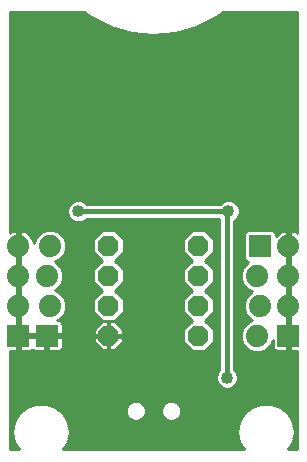
<source format=gbl>
G75*
%MOIN*%
%OFA0B0*%
%FSLAX25Y25*%
%IPPOS*%
%LPD*%
%AMOC8*
5,1,8,0,0,1.08239X$1,22.5*
%
%ADD10R,0.07400X0.07400*%
%ADD11C,0.07400*%
%ADD12OC8,0.06800*%
%ADD13C,0.01000*%
%ADD14C,0.04000*%
%ADD15C,0.01600*%
D10*
X0098333Y0095000D03*
X0107833Y0095000D03*
X0178833Y0125000D03*
X0188333Y0095000D03*
D11*
X0177833Y0095000D03*
X0178833Y0105000D03*
X0188333Y0105000D03*
X0188333Y0115000D03*
X0177833Y0115000D03*
X0188333Y0125000D03*
X0108833Y0125000D03*
X0098333Y0125000D03*
X0098333Y0115000D03*
X0107833Y0115000D03*
X0108833Y0105000D03*
X0098333Y0105000D03*
D12*
X0128333Y0105000D03*
X0128333Y0115000D03*
X0128333Y0125000D03*
X0158333Y0125000D03*
X0158333Y0115000D03*
X0158333Y0105000D03*
X0158333Y0095000D03*
X0128333Y0095000D03*
D13*
X0095433Y0089800D02*
X0095433Y0057100D01*
X0098386Y0057100D01*
X0096864Y0059735D01*
X0096864Y0059735D01*
X0096288Y0063000D01*
X0096288Y0063000D01*
X0096864Y0066265D01*
X0096864Y0066265D01*
X0098521Y0069135D01*
X0098521Y0069135D01*
X0098521Y0069135D01*
X0101061Y0071266D01*
X0101061Y0071266D01*
X0104176Y0072400D01*
X0107491Y0072400D01*
X0110606Y0071266D01*
X0113145Y0069135D01*
X0113145Y0069135D01*
X0114803Y0066265D01*
X0114803Y0066265D01*
X0115378Y0063000D01*
X0115378Y0063000D01*
X0114803Y0059735D01*
X0114803Y0059735D01*
X0113281Y0057100D01*
X0173386Y0057100D01*
X0171864Y0059735D01*
X0171864Y0059735D01*
X0171288Y0063000D01*
X0171288Y0063000D01*
X0171864Y0066265D01*
X0171864Y0066265D01*
X0173521Y0069135D01*
X0173521Y0069135D01*
X0173521Y0069135D01*
X0176061Y0071266D01*
X0176061Y0071266D01*
X0179176Y0072400D01*
X0182491Y0072400D01*
X0185606Y0071266D01*
X0185606Y0071266D01*
X0188145Y0069135D01*
X0188145Y0069135D01*
X0189803Y0066265D01*
X0189803Y0066265D01*
X0190378Y0063000D01*
X0190378Y0063000D01*
X0189803Y0059735D01*
X0189803Y0059735D01*
X0188281Y0057100D01*
X0191233Y0057100D01*
X0191233Y0089800D01*
X0188833Y0089800D01*
X0188833Y0094500D01*
X0187833Y0094500D01*
X0187833Y0089800D01*
X0184436Y0089800D01*
X0184054Y0089902D01*
X0183712Y0090100D01*
X0183433Y0090379D01*
X0183236Y0090721D01*
X0183133Y0091103D01*
X0183133Y0093684D01*
X0182411Y0091941D01*
X0180892Y0090422D01*
X0178907Y0089600D01*
X0176759Y0089600D01*
X0174774Y0090422D01*
X0173255Y0091941D01*
X0172433Y0093926D01*
X0172433Y0096074D01*
X0173255Y0098059D01*
X0174774Y0099578D01*
X0176294Y0100207D01*
X0175774Y0100422D01*
X0174255Y0101941D01*
X0173433Y0103926D01*
X0173433Y0106074D01*
X0174255Y0108059D01*
X0175774Y0109578D01*
X0176294Y0109793D01*
X0174774Y0110422D01*
X0173255Y0111941D01*
X0172433Y0113926D01*
X0172433Y0116074D01*
X0173255Y0118059D01*
X0174774Y0119578D01*
X0174828Y0119600D01*
X0174429Y0119600D01*
X0173433Y0120596D01*
X0173433Y0129404D01*
X0174429Y0130400D01*
X0183237Y0130400D01*
X0184233Y0129404D01*
X0184233Y0128204D01*
X0184367Y0128388D01*
X0184946Y0128966D01*
X0185608Y0129447D01*
X0186337Y0129819D01*
X0187116Y0130072D01*
X0187833Y0130186D01*
X0187833Y0125500D01*
X0188833Y0125500D01*
X0188833Y0130186D01*
X0189551Y0130072D01*
X0190329Y0129819D01*
X0191059Y0129447D01*
X0191233Y0129321D01*
X0191233Y0202900D01*
X0166529Y0202900D01*
X0164161Y0201139D01*
X0164161Y0201139D01*
X0157616Y0197922D01*
X0157616Y0197922D01*
X0150596Y0195948D01*
X0150596Y0195948D01*
X0143333Y0195283D01*
X0143333Y0195283D01*
X0136071Y0195948D01*
X0136071Y0195948D01*
X0129051Y0197922D01*
X0129051Y0197922D01*
X0122506Y0201139D01*
X0122506Y0201139D01*
X0120138Y0202900D01*
X0095433Y0202900D01*
X0095433Y0129321D01*
X0095608Y0129447D01*
X0096337Y0129819D01*
X0097116Y0130072D01*
X0097833Y0130186D01*
X0097833Y0125500D01*
X0098833Y0125500D01*
X0098833Y0130186D01*
X0099551Y0130072D01*
X0100329Y0129819D01*
X0101059Y0129447D01*
X0101721Y0128966D01*
X0102300Y0128388D01*
X0102781Y0127725D01*
X0103152Y0126996D01*
X0103405Y0126218D01*
X0103433Y0126040D01*
X0103433Y0126074D01*
X0104255Y0128059D01*
X0105774Y0129578D01*
X0107759Y0130400D01*
X0109907Y0130400D01*
X0111892Y0129578D01*
X0113411Y0128059D01*
X0114233Y0126074D01*
X0114233Y0123926D01*
X0113411Y0121941D01*
X0111892Y0120422D01*
X0110373Y0119793D01*
X0110892Y0119578D01*
X0112411Y0118059D01*
X0113233Y0116074D01*
X0113233Y0113926D01*
X0112411Y0111941D01*
X0110892Y0110422D01*
X0110373Y0110207D01*
X0111892Y0109578D01*
X0113411Y0108059D01*
X0114233Y0106074D01*
X0114233Y0103926D01*
X0113411Y0101941D01*
X0111892Y0100422D01*
X0111356Y0100200D01*
X0111731Y0100200D01*
X0112112Y0100098D01*
X0112454Y0099900D01*
X0112734Y0099621D01*
X0112931Y0099279D01*
X0113033Y0098897D01*
X0113033Y0095500D01*
X0108333Y0095500D01*
X0108333Y0094500D01*
X0108333Y0089800D01*
X0111731Y0089800D01*
X0112112Y0089902D01*
X0112454Y0090100D01*
X0112734Y0090379D01*
X0112931Y0090721D01*
X0113033Y0091103D01*
X0113033Y0094500D01*
X0108333Y0094500D01*
X0107333Y0094500D01*
X0098833Y0094500D01*
X0098833Y0089800D01*
X0102231Y0089800D01*
X0102612Y0089902D01*
X0102954Y0090100D01*
X0103083Y0090229D01*
X0103212Y0090100D01*
X0103554Y0089902D01*
X0103936Y0089800D01*
X0107333Y0089800D01*
X0107333Y0094500D01*
X0107333Y0095500D01*
X0103533Y0095500D01*
X0098833Y0095500D01*
X0097833Y0095500D01*
X0097833Y0104500D01*
X0098833Y0104500D01*
X0098833Y0099814D01*
X0098833Y0095500D01*
X0098833Y0094500D01*
X0097833Y0094500D01*
X0097833Y0089800D01*
X0095433Y0089800D01*
X0095433Y0088949D02*
X0165333Y0088949D01*
X0165333Y0087951D02*
X0095433Y0087951D01*
X0095433Y0086952D02*
X0165333Y0086952D01*
X0165333Y0085954D02*
X0095433Y0085954D01*
X0095433Y0084955D02*
X0165333Y0084955D01*
X0165333Y0083957D02*
X0095433Y0083957D01*
X0095433Y0082958D02*
X0164640Y0082958D01*
X0164697Y0083096D02*
X0164133Y0081736D01*
X0164133Y0080264D01*
X0164697Y0078904D01*
X0165737Y0077863D01*
X0167097Y0077300D01*
X0168569Y0077300D01*
X0169929Y0077863D01*
X0170970Y0078904D01*
X0171533Y0080264D01*
X0171533Y0081736D01*
X0170970Y0083096D01*
X0170333Y0083733D01*
X0170333Y0133324D01*
X0170429Y0133363D01*
X0171470Y0134404D01*
X0172033Y0135764D01*
X0172033Y0137236D01*
X0171470Y0138596D01*
X0170429Y0139637D01*
X0169069Y0140200D01*
X0167597Y0140200D01*
X0166237Y0139637D01*
X0165601Y0139000D01*
X0121066Y0139000D01*
X0120429Y0139637D01*
X0119069Y0140200D01*
X0117597Y0140200D01*
X0116237Y0139637D01*
X0115197Y0138596D01*
X0114633Y0137236D01*
X0114633Y0135764D01*
X0115197Y0134404D01*
X0116237Y0133363D01*
X0117597Y0132800D01*
X0119069Y0132800D01*
X0120429Y0133363D01*
X0121066Y0134000D01*
X0165333Y0134000D01*
X0165333Y0083733D01*
X0164697Y0083096D01*
X0164226Y0081960D02*
X0095433Y0081960D01*
X0095433Y0080961D02*
X0164133Y0080961D01*
X0164258Y0079963D02*
X0095433Y0079963D01*
X0095433Y0078964D02*
X0164672Y0078964D01*
X0165635Y0077966D02*
X0095433Y0077966D01*
X0095433Y0076967D02*
X0191233Y0076967D01*
X0191233Y0075969D02*
X0095433Y0075969D01*
X0095433Y0074970D02*
X0191233Y0074970D01*
X0191233Y0073972D02*
X0095433Y0073972D01*
X0095433Y0072973D02*
X0135791Y0072973D01*
X0135517Y0072860D02*
X0134568Y0071911D01*
X0134055Y0070671D01*
X0134055Y0069329D01*
X0134568Y0068089D01*
X0135517Y0067140D01*
X0136757Y0066627D01*
X0138099Y0066627D01*
X0139339Y0067140D01*
X0140287Y0068089D01*
X0140801Y0069329D01*
X0140801Y0070671D01*
X0140287Y0071911D01*
X0139339Y0072860D01*
X0138099Y0073373D01*
X0136757Y0073373D01*
X0135517Y0072860D01*
X0134632Y0071975D02*
X0108659Y0071975D01*
X0110951Y0070976D02*
X0134181Y0070976D01*
X0134055Y0069978D02*
X0112141Y0069978D01*
X0113235Y0068979D02*
X0134199Y0068979D01*
X0134677Y0067981D02*
X0113812Y0067981D01*
X0114388Y0066982D02*
X0135899Y0066982D01*
X0138957Y0066982D02*
X0147710Y0066982D01*
X0147328Y0067140D02*
X0148568Y0066627D01*
X0149910Y0066627D01*
X0151150Y0067140D01*
X0152099Y0068089D01*
X0152612Y0069329D01*
X0152612Y0070671D01*
X0152099Y0071911D01*
X0151150Y0072860D01*
X0149910Y0073373D01*
X0148568Y0073373D01*
X0147328Y0072860D01*
X0146379Y0071911D01*
X0145866Y0070671D01*
X0145866Y0069329D01*
X0146379Y0068089D01*
X0147328Y0067140D01*
X0146488Y0067981D02*
X0140179Y0067981D01*
X0140656Y0068979D02*
X0146011Y0068979D01*
X0145866Y0069978D02*
X0140801Y0069978D01*
X0140675Y0070976D02*
X0145992Y0070976D01*
X0146443Y0071975D02*
X0140224Y0071975D01*
X0139065Y0072973D02*
X0147602Y0072973D01*
X0150876Y0072973D02*
X0191233Y0072973D01*
X0191233Y0071975D02*
X0183659Y0071975D01*
X0185951Y0070976D02*
X0191233Y0070976D01*
X0191233Y0069978D02*
X0187141Y0069978D01*
X0188235Y0068979D02*
X0191233Y0068979D01*
X0191233Y0067981D02*
X0188812Y0067981D01*
X0189388Y0066982D02*
X0191233Y0066982D01*
X0191233Y0065984D02*
X0189852Y0065984D01*
X0190028Y0064985D02*
X0191233Y0064985D01*
X0191233Y0063987D02*
X0190204Y0063987D01*
X0190376Y0062988D02*
X0191233Y0062988D01*
X0191233Y0061990D02*
X0190200Y0061990D01*
X0190024Y0060991D02*
X0191233Y0060991D01*
X0191233Y0059993D02*
X0189848Y0059993D01*
X0189375Y0058994D02*
X0191233Y0058994D01*
X0191233Y0057996D02*
X0188798Y0057996D01*
X0172868Y0057996D02*
X0113798Y0057996D01*
X0114375Y0058994D02*
X0172292Y0058994D01*
X0171819Y0059993D02*
X0114848Y0059993D01*
X0115024Y0060991D02*
X0171643Y0060991D01*
X0171466Y0061990D02*
X0115200Y0061990D01*
X0115376Y0062988D02*
X0171290Y0062988D01*
X0171462Y0063987D02*
X0115204Y0063987D01*
X0115028Y0064985D02*
X0171638Y0064985D01*
X0171814Y0065984D02*
X0114852Y0065984D01*
X0103007Y0071975D02*
X0095433Y0071975D01*
X0095433Y0070976D02*
X0100715Y0070976D01*
X0099525Y0069978D02*
X0095433Y0069978D01*
X0095433Y0068979D02*
X0098431Y0068979D01*
X0097855Y0067981D02*
X0095433Y0067981D01*
X0095433Y0066982D02*
X0097278Y0066982D01*
X0096814Y0065984D02*
X0095433Y0065984D01*
X0095433Y0064985D02*
X0096638Y0064985D01*
X0096462Y0063987D02*
X0095433Y0063987D01*
X0095433Y0062988D02*
X0096290Y0062988D01*
X0096466Y0061990D02*
X0095433Y0061990D01*
X0095433Y0060991D02*
X0096643Y0060991D01*
X0096819Y0059993D02*
X0095433Y0059993D01*
X0095433Y0058994D02*
X0097292Y0058994D01*
X0097868Y0057996D02*
X0095433Y0057996D01*
X0097833Y0089948D02*
X0098833Y0089948D01*
X0098833Y0090946D02*
X0097833Y0090946D01*
X0097833Y0091945D02*
X0098833Y0091945D01*
X0098833Y0092943D02*
X0097833Y0092943D01*
X0097833Y0093942D02*
X0098833Y0093942D01*
X0098833Y0094940D02*
X0107333Y0094940D01*
X0107333Y0093942D02*
X0108333Y0093942D01*
X0108333Y0094940D02*
X0128033Y0094940D01*
X0128033Y0094700D02*
X0123433Y0094700D01*
X0123433Y0092970D01*
X0126304Y0090100D01*
X0128033Y0090100D01*
X0128033Y0094700D01*
X0128033Y0095300D01*
X0123433Y0095300D01*
X0123433Y0097030D01*
X0126304Y0099900D01*
X0128033Y0099900D01*
X0128033Y0095300D01*
X0128633Y0095300D01*
X0128633Y0099900D01*
X0130363Y0099900D01*
X0133233Y0097030D01*
X0133233Y0095300D01*
X0128633Y0095300D01*
X0128633Y0094700D01*
X0128633Y0090100D01*
X0130363Y0090100D01*
X0133233Y0092970D01*
X0133233Y0094700D01*
X0128633Y0094700D01*
X0128033Y0094700D01*
X0128633Y0094940D02*
X0153233Y0094940D01*
X0153233Y0093942D02*
X0133233Y0093942D01*
X0133206Y0092943D02*
X0153233Y0092943D01*
X0153233Y0092888D02*
X0156221Y0089900D01*
X0160446Y0089900D01*
X0163433Y0092888D01*
X0163433Y0097112D01*
X0160546Y0100000D01*
X0163433Y0102888D01*
X0163433Y0107112D01*
X0160546Y0110000D01*
X0163433Y0112888D01*
X0163433Y0117112D01*
X0160546Y0120000D01*
X0163433Y0122888D01*
X0163433Y0127112D01*
X0160446Y0130100D01*
X0156221Y0130100D01*
X0153233Y0127112D01*
X0153233Y0122888D01*
X0156121Y0120000D01*
X0153233Y0117112D01*
X0153233Y0112888D01*
X0156121Y0110000D01*
X0153233Y0107112D01*
X0153233Y0102888D01*
X0156121Y0100000D01*
X0153233Y0097112D01*
X0153233Y0092888D01*
X0154176Y0091945D02*
X0132208Y0091945D01*
X0131209Y0090946D02*
X0155174Y0090946D01*
X0156173Y0089948D02*
X0112191Y0089948D01*
X0112991Y0090946D02*
X0125457Y0090946D01*
X0124459Y0091945D02*
X0113033Y0091945D01*
X0113033Y0092943D02*
X0123460Y0092943D01*
X0123433Y0093942D02*
X0113033Y0093942D01*
X0113033Y0095939D02*
X0123433Y0095939D01*
X0123433Y0096937D02*
X0113033Y0096937D01*
X0113033Y0097936D02*
X0124340Y0097936D01*
X0125338Y0098934D02*
X0113023Y0098934D01*
X0112398Y0099933D02*
X0126188Y0099933D01*
X0126221Y0099900D02*
X0130446Y0099900D01*
X0133433Y0102888D01*
X0133433Y0107112D01*
X0130546Y0110000D01*
X0133433Y0112888D01*
X0133433Y0117112D01*
X0130546Y0120000D01*
X0133433Y0122888D01*
X0133433Y0127112D01*
X0130446Y0130100D01*
X0126221Y0130100D01*
X0123233Y0127112D01*
X0123233Y0122888D01*
X0126121Y0120000D01*
X0123233Y0117112D01*
X0123233Y0112888D01*
X0126121Y0110000D01*
X0123233Y0107112D01*
X0123233Y0102888D01*
X0126221Y0099900D01*
X0125189Y0100932D02*
X0112402Y0100932D01*
X0113400Y0101930D02*
X0124191Y0101930D01*
X0123233Y0102929D02*
X0113820Y0102929D01*
X0114233Y0103927D02*
X0123233Y0103927D01*
X0123233Y0104926D02*
X0114233Y0104926D01*
X0114233Y0105924D02*
X0123233Y0105924D01*
X0123233Y0106923D02*
X0113882Y0106923D01*
X0113468Y0107921D02*
X0124042Y0107921D01*
X0125040Y0108920D02*
X0112550Y0108920D01*
X0111071Y0109918D02*
X0126039Y0109918D01*
X0125204Y0110917D02*
X0111387Y0110917D01*
X0112385Y0111915D02*
X0124206Y0111915D01*
X0123233Y0112914D02*
X0112814Y0112914D01*
X0113228Y0113912D02*
X0123233Y0113912D01*
X0123233Y0114911D02*
X0113233Y0114911D01*
X0113233Y0115909D02*
X0123233Y0115909D01*
X0123233Y0116908D02*
X0112888Y0116908D01*
X0112474Y0117906D02*
X0124027Y0117906D01*
X0125026Y0118905D02*
X0111565Y0118905D01*
X0110640Y0119903D02*
X0126024Y0119903D01*
X0125219Y0120902D02*
X0112372Y0120902D01*
X0113370Y0121900D02*
X0124221Y0121900D01*
X0123233Y0122899D02*
X0113808Y0122899D01*
X0114221Y0123897D02*
X0123233Y0123897D01*
X0123233Y0124896D02*
X0114233Y0124896D01*
X0114233Y0125894D02*
X0123233Y0125894D01*
X0123233Y0126893D02*
X0113894Y0126893D01*
X0113481Y0127891D02*
X0124012Y0127891D01*
X0125011Y0128890D02*
X0112580Y0128890D01*
X0111143Y0129888D02*
X0126009Y0129888D01*
X0130657Y0129888D02*
X0156009Y0129888D01*
X0155011Y0128890D02*
X0131656Y0128890D01*
X0132654Y0127891D02*
X0154012Y0127891D01*
X0153233Y0126893D02*
X0133433Y0126893D01*
X0133433Y0125894D02*
X0153233Y0125894D01*
X0153233Y0124896D02*
X0133433Y0124896D01*
X0133433Y0123897D02*
X0153233Y0123897D01*
X0153233Y0122899D02*
X0133433Y0122899D01*
X0132446Y0121900D02*
X0154221Y0121900D01*
X0155219Y0120902D02*
X0131448Y0120902D01*
X0130643Y0119903D02*
X0156024Y0119903D01*
X0155026Y0118905D02*
X0131641Y0118905D01*
X0132640Y0117906D02*
X0154027Y0117906D01*
X0153233Y0116908D02*
X0133433Y0116908D01*
X0133433Y0115909D02*
X0153233Y0115909D01*
X0153233Y0114911D02*
X0133433Y0114911D01*
X0133433Y0113912D02*
X0153233Y0113912D01*
X0153233Y0112914D02*
X0133433Y0112914D01*
X0132461Y0111915D02*
X0154206Y0111915D01*
X0155204Y0110917D02*
X0131462Y0110917D01*
X0130628Y0109918D02*
X0156039Y0109918D01*
X0155040Y0108920D02*
X0131626Y0108920D01*
X0132625Y0107921D02*
X0154042Y0107921D01*
X0153233Y0106923D02*
X0133433Y0106923D01*
X0133433Y0105924D02*
X0153233Y0105924D01*
X0153233Y0104926D02*
X0133433Y0104926D01*
X0133433Y0103927D02*
X0153233Y0103927D01*
X0153233Y0102929D02*
X0133433Y0102929D01*
X0132476Y0101930D02*
X0154191Y0101930D01*
X0155189Y0100932D02*
X0131477Y0100932D01*
X0130479Y0099933D02*
X0156054Y0099933D01*
X0155055Y0098934D02*
X0131328Y0098934D01*
X0132327Y0097936D02*
X0154057Y0097936D01*
X0153233Y0096937D02*
X0133233Y0096937D01*
X0133233Y0095939D02*
X0153233Y0095939D01*
X0160613Y0099933D02*
X0165333Y0099933D01*
X0165333Y0098934D02*
X0161611Y0098934D01*
X0162610Y0097936D02*
X0165333Y0097936D01*
X0165333Y0096937D02*
X0163433Y0096937D01*
X0163433Y0095939D02*
X0165333Y0095939D01*
X0165333Y0094940D02*
X0163433Y0094940D01*
X0163433Y0093942D02*
X0165333Y0093942D01*
X0165333Y0092943D02*
X0163433Y0092943D01*
X0162491Y0091945D02*
X0165333Y0091945D01*
X0165333Y0090946D02*
X0161492Y0090946D01*
X0160494Y0089948D02*
X0165333Y0089948D01*
X0170333Y0089948D02*
X0175919Y0089948D01*
X0174250Y0090946D02*
X0170333Y0090946D01*
X0170333Y0091945D02*
X0173254Y0091945D01*
X0172840Y0092943D02*
X0170333Y0092943D01*
X0170333Y0093942D02*
X0172433Y0093942D01*
X0172433Y0094940D02*
X0170333Y0094940D01*
X0170333Y0095939D02*
X0172433Y0095939D01*
X0172791Y0096937D02*
X0170333Y0096937D01*
X0170333Y0097936D02*
X0173205Y0097936D01*
X0174131Y0098934D02*
X0170333Y0098934D01*
X0170333Y0099933D02*
X0175632Y0099933D01*
X0175265Y0100932D02*
X0170333Y0100932D01*
X0170333Y0101930D02*
X0174267Y0101930D01*
X0173846Y0102929D02*
X0170333Y0102929D01*
X0170333Y0103927D02*
X0173433Y0103927D01*
X0173433Y0104926D02*
X0170333Y0104926D01*
X0170333Y0105924D02*
X0173433Y0105924D01*
X0173785Y0106923D02*
X0170333Y0106923D01*
X0170333Y0107921D02*
X0174198Y0107921D01*
X0175116Y0108920D02*
X0170333Y0108920D01*
X0170333Y0109918D02*
X0175991Y0109918D01*
X0174280Y0110917D02*
X0170333Y0110917D01*
X0170333Y0111915D02*
X0173281Y0111915D01*
X0172853Y0112914D02*
X0170333Y0112914D01*
X0170333Y0113912D02*
X0172439Y0113912D01*
X0172433Y0114911D02*
X0170333Y0114911D01*
X0170333Y0115909D02*
X0172433Y0115909D01*
X0172779Y0116908D02*
X0170333Y0116908D01*
X0170333Y0117906D02*
X0173192Y0117906D01*
X0174101Y0118905D02*
X0170333Y0118905D01*
X0170333Y0119903D02*
X0174126Y0119903D01*
X0173433Y0120902D02*
X0170333Y0120902D01*
X0170333Y0121900D02*
X0173433Y0121900D01*
X0173433Y0122899D02*
X0170333Y0122899D01*
X0170333Y0123897D02*
X0173433Y0123897D01*
X0173433Y0124896D02*
X0170333Y0124896D01*
X0170333Y0125894D02*
X0173433Y0125894D01*
X0173433Y0126893D02*
X0170333Y0126893D01*
X0170333Y0127891D02*
X0173433Y0127891D01*
X0173433Y0128890D02*
X0170333Y0128890D01*
X0170333Y0129888D02*
X0173918Y0129888D01*
X0170333Y0130887D02*
X0191233Y0130887D01*
X0191233Y0131885D02*
X0170333Y0131885D01*
X0170333Y0132884D02*
X0191233Y0132884D01*
X0191233Y0133882D02*
X0170948Y0133882D01*
X0171668Y0134881D02*
X0191233Y0134881D01*
X0191233Y0135879D02*
X0172033Y0135879D01*
X0172033Y0136878D02*
X0191233Y0136878D01*
X0191233Y0137876D02*
X0171768Y0137876D01*
X0171191Y0138875D02*
X0191233Y0138875D01*
X0191233Y0139873D02*
X0169858Y0139873D01*
X0166809Y0139873D02*
X0119858Y0139873D01*
X0116809Y0139873D02*
X0095433Y0139873D01*
X0095433Y0138875D02*
X0115476Y0138875D01*
X0114899Y0137876D02*
X0095433Y0137876D01*
X0095433Y0136878D02*
X0114633Y0136878D01*
X0114633Y0135879D02*
X0095433Y0135879D01*
X0095433Y0134881D02*
X0114999Y0134881D01*
X0115718Y0133882D02*
X0095433Y0133882D01*
X0095433Y0132884D02*
X0117395Y0132884D01*
X0119272Y0132884D02*
X0165333Y0132884D01*
X0165333Y0133882D02*
X0120948Y0133882D01*
X0106524Y0129888D02*
X0100116Y0129888D01*
X0098833Y0129888D02*
X0097833Y0129888D01*
X0097833Y0128890D02*
X0098833Y0128890D01*
X0098833Y0127891D02*
X0097833Y0127891D01*
X0097833Y0126893D02*
X0098833Y0126893D01*
X0098833Y0125894D02*
X0097833Y0125894D01*
X0097833Y0124500D02*
X0098833Y0124500D01*
X0098833Y0119814D01*
X0098833Y0115500D01*
X0097833Y0115500D01*
X0097833Y0124500D01*
X0097833Y0123897D02*
X0098833Y0123897D01*
X0098833Y0122899D02*
X0097833Y0122899D01*
X0097833Y0121900D02*
X0098833Y0121900D01*
X0098833Y0120902D02*
X0097833Y0120902D01*
X0097833Y0119903D02*
X0098833Y0119903D01*
X0098833Y0118905D02*
X0097833Y0118905D01*
X0097833Y0117906D02*
X0098833Y0117906D01*
X0098833Y0116908D02*
X0097833Y0116908D01*
X0097833Y0115909D02*
X0098833Y0115909D01*
X0098833Y0114500D02*
X0098833Y0109814D01*
X0098833Y0105500D01*
X0097833Y0105500D01*
X0097833Y0114500D01*
X0098833Y0114500D01*
X0098833Y0113912D02*
X0097833Y0113912D01*
X0097833Y0112914D02*
X0098833Y0112914D01*
X0098833Y0111915D02*
X0097833Y0111915D01*
X0097833Y0110917D02*
X0098833Y0110917D01*
X0098833Y0109918D02*
X0097833Y0109918D01*
X0097833Y0108920D02*
X0098833Y0108920D01*
X0098833Y0107921D02*
X0097833Y0107921D01*
X0097833Y0106923D02*
X0098833Y0106923D01*
X0098833Y0105924D02*
X0097833Y0105924D01*
X0097833Y0103927D02*
X0098833Y0103927D01*
X0098833Y0102929D02*
X0097833Y0102929D01*
X0097833Y0101930D02*
X0098833Y0101930D01*
X0098833Y0100932D02*
X0097833Y0100932D01*
X0097833Y0099933D02*
X0098833Y0099933D01*
X0098833Y0098934D02*
X0097833Y0098934D01*
X0097833Y0097936D02*
X0098833Y0097936D01*
X0098833Y0096937D02*
X0097833Y0096937D01*
X0097833Y0095939D02*
X0098833Y0095939D01*
X0102691Y0089948D02*
X0103475Y0089948D01*
X0107333Y0089948D02*
X0108333Y0089948D01*
X0108333Y0090946D02*
X0107333Y0090946D01*
X0107333Y0091945D02*
X0108333Y0091945D01*
X0108333Y0092943D02*
X0107333Y0092943D01*
X0128033Y0092943D02*
X0128633Y0092943D01*
X0128633Y0091945D02*
X0128033Y0091945D01*
X0128033Y0090946D02*
X0128633Y0090946D01*
X0128633Y0093942D02*
X0128033Y0093942D01*
X0128033Y0095939D02*
X0128633Y0095939D01*
X0128633Y0096937D02*
X0128033Y0096937D01*
X0128033Y0097936D02*
X0128633Y0097936D01*
X0128633Y0098934D02*
X0128033Y0098934D01*
X0161477Y0100932D02*
X0165333Y0100932D01*
X0165333Y0101930D02*
X0162476Y0101930D01*
X0163433Y0102929D02*
X0165333Y0102929D01*
X0165333Y0103927D02*
X0163433Y0103927D01*
X0163433Y0104926D02*
X0165333Y0104926D01*
X0165333Y0105924D02*
X0163433Y0105924D01*
X0163433Y0106923D02*
X0165333Y0106923D01*
X0165333Y0107921D02*
X0162625Y0107921D01*
X0161626Y0108920D02*
X0165333Y0108920D01*
X0165333Y0109918D02*
X0160628Y0109918D01*
X0161462Y0110917D02*
X0165333Y0110917D01*
X0165333Y0111915D02*
X0162461Y0111915D01*
X0163433Y0112914D02*
X0165333Y0112914D01*
X0165333Y0113912D02*
X0163433Y0113912D01*
X0163433Y0114911D02*
X0165333Y0114911D01*
X0165333Y0115909D02*
X0163433Y0115909D01*
X0163433Y0116908D02*
X0165333Y0116908D01*
X0165333Y0117906D02*
X0162640Y0117906D01*
X0161641Y0118905D02*
X0165333Y0118905D01*
X0165333Y0119903D02*
X0160643Y0119903D01*
X0161448Y0120902D02*
X0165333Y0120902D01*
X0165333Y0121900D02*
X0162446Y0121900D01*
X0163433Y0122899D02*
X0165333Y0122899D01*
X0165333Y0123897D02*
X0163433Y0123897D01*
X0163433Y0124896D02*
X0165333Y0124896D01*
X0165333Y0125894D02*
X0163433Y0125894D01*
X0163433Y0126893D02*
X0165333Y0126893D01*
X0165333Y0127891D02*
X0162654Y0127891D01*
X0161656Y0128890D02*
X0165333Y0128890D01*
X0165333Y0129888D02*
X0160657Y0129888D01*
X0165333Y0130887D02*
X0095433Y0130887D01*
X0095433Y0131885D02*
X0165333Y0131885D01*
X0183749Y0129888D02*
X0186551Y0129888D01*
X0187833Y0129888D02*
X0188833Y0129888D01*
X0188833Y0128890D02*
X0187833Y0128890D01*
X0187833Y0127891D02*
X0188833Y0127891D01*
X0188833Y0126893D02*
X0187833Y0126893D01*
X0187833Y0125894D02*
X0188833Y0125894D01*
X0188833Y0124500D02*
X0188833Y0119814D01*
X0188833Y0115500D01*
X0187833Y0115500D01*
X0187833Y0124500D01*
X0188833Y0124500D01*
X0188833Y0123897D02*
X0187833Y0123897D01*
X0187833Y0122899D02*
X0188833Y0122899D01*
X0188833Y0121900D02*
X0187833Y0121900D01*
X0187833Y0120902D02*
X0188833Y0120902D01*
X0188833Y0119903D02*
X0187833Y0119903D01*
X0187833Y0118905D02*
X0188833Y0118905D01*
X0188833Y0117906D02*
X0187833Y0117906D01*
X0187833Y0116908D02*
X0188833Y0116908D01*
X0188833Y0115909D02*
X0187833Y0115909D01*
X0187833Y0114500D02*
X0188833Y0114500D01*
X0188833Y0109814D01*
X0188833Y0105500D01*
X0187833Y0105500D01*
X0187833Y0114500D01*
X0187833Y0113912D02*
X0188833Y0113912D01*
X0188833Y0112914D02*
X0187833Y0112914D01*
X0187833Y0111915D02*
X0188833Y0111915D01*
X0188833Y0110917D02*
X0187833Y0110917D01*
X0187833Y0109918D02*
X0188833Y0109918D01*
X0188833Y0108920D02*
X0187833Y0108920D01*
X0187833Y0107921D02*
X0188833Y0107921D01*
X0188833Y0106923D02*
X0187833Y0106923D01*
X0187833Y0105924D02*
X0188833Y0105924D01*
X0188833Y0104500D02*
X0188833Y0099814D01*
X0188833Y0095500D01*
X0187833Y0095500D01*
X0187833Y0104500D01*
X0188833Y0104500D01*
X0188833Y0103927D02*
X0187833Y0103927D01*
X0187833Y0102929D02*
X0188833Y0102929D01*
X0188833Y0101930D02*
X0187833Y0101930D01*
X0187833Y0100932D02*
X0188833Y0100932D01*
X0188833Y0099933D02*
X0187833Y0099933D01*
X0187833Y0098934D02*
X0188833Y0098934D01*
X0188833Y0097936D02*
X0187833Y0097936D01*
X0187833Y0096937D02*
X0188833Y0096937D01*
X0188833Y0095939D02*
X0187833Y0095939D01*
X0187833Y0093942D02*
X0188833Y0093942D01*
X0188833Y0092943D02*
X0187833Y0092943D01*
X0187833Y0091945D02*
X0188833Y0091945D01*
X0188833Y0090946D02*
X0187833Y0090946D01*
X0187833Y0089948D02*
X0188833Y0089948D01*
X0191233Y0088949D02*
X0170333Y0088949D01*
X0170333Y0087951D02*
X0191233Y0087951D01*
X0191233Y0086952D02*
X0170333Y0086952D01*
X0170333Y0085954D02*
X0191233Y0085954D01*
X0191233Y0084955D02*
X0170333Y0084955D01*
X0170333Y0083957D02*
X0191233Y0083957D01*
X0191233Y0082958D02*
X0171027Y0082958D01*
X0171441Y0081960D02*
X0191233Y0081960D01*
X0191233Y0080961D02*
X0171533Y0080961D01*
X0171409Y0079963D02*
X0191233Y0079963D01*
X0191233Y0078964D02*
X0170995Y0078964D01*
X0170032Y0077966D02*
X0191233Y0077966D01*
X0178007Y0071975D02*
X0152035Y0071975D01*
X0152486Y0070976D02*
X0175715Y0070976D01*
X0174525Y0069978D02*
X0152612Y0069978D01*
X0152467Y0068979D02*
X0173431Y0068979D01*
X0172855Y0067981D02*
X0151990Y0067981D01*
X0150768Y0066982D02*
X0172278Y0066982D01*
X0179747Y0089948D02*
X0183975Y0089948D01*
X0183175Y0090946D02*
X0181416Y0090946D01*
X0182413Y0091945D02*
X0183133Y0091945D01*
X0183133Y0092943D02*
X0182826Y0092943D01*
X0184233Y0128890D02*
X0184869Y0128890D01*
X0190116Y0129888D02*
X0191233Y0129888D01*
X0191233Y0140872D02*
X0095433Y0140872D01*
X0095433Y0141870D02*
X0191233Y0141870D01*
X0191233Y0142869D02*
X0095433Y0142869D01*
X0095433Y0143868D02*
X0191233Y0143868D01*
X0191233Y0144866D02*
X0095433Y0144866D01*
X0095433Y0145865D02*
X0191233Y0145865D01*
X0191233Y0146863D02*
X0095433Y0146863D01*
X0095433Y0147862D02*
X0191233Y0147862D01*
X0191233Y0148860D02*
X0095433Y0148860D01*
X0095433Y0149859D02*
X0191233Y0149859D01*
X0191233Y0150857D02*
X0095433Y0150857D01*
X0095433Y0151856D02*
X0191233Y0151856D01*
X0191233Y0152854D02*
X0095433Y0152854D01*
X0095433Y0153853D02*
X0191233Y0153853D01*
X0191233Y0154851D02*
X0095433Y0154851D01*
X0095433Y0155850D02*
X0191233Y0155850D01*
X0191233Y0156848D02*
X0095433Y0156848D01*
X0095433Y0157847D02*
X0191233Y0157847D01*
X0191233Y0158845D02*
X0095433Y0158845D01*
X0095433Y0159844D02*
X0191233Y0159844D01*
X0191233Y0160842D02*
X0095433Y0160842D01*
X0095433Y0161841D02*
X0191233Y0161841D01*
X0191233Y0162839D02*
X0095433Y0162839D01*
X0095433Y0163838D02*
X0191233Y0163838D01*
X0191233Y0164836D02*
X0095433Y0164836D01*
X0095433Y0165835D02*
X0191233Y0165835D01*
X0191233Y0166833D02*
X0095433Y0166833D01*
X0095433Y0167832D02*
X0191233Y0167832D01*
X0191233Y0168830D02*
X0095433Y0168830D01*
X0095433Y0169829D02*
X0191233Y0169829D01*
X0191233Y0170827D02*
X0095433Y0170827D01*
X0095433Y0171826D02*
X0191233Y0171826D01*
X0191233Y0172824D02*
X0095433Y0172824D01*
X0095433Y0173823D02*
X0191233Y0173823D01*
X0191233Y0174821D02*
X0095433Y0174821D01*
X0095433Y0175820D02*
X0191233Y0175820D01*
X0191233Y0176818D02*
X0095433Y0176818D01*
X0095433Y0177817D02*
X0191233Y0177817D01*
X0191233Y0178815D02*
X0095433Y0178815D01*
X0095433Y0179814D02*
X0191233Y0179814D01*
X0191233Y0180812D02*
X0095433Y0180812D01*
X0095433Y0181811D02*
X0191233Y0181811D01*
X0191233Y0182809D02*
X0095433Y0182809D01*
X0095433Y0183808D02*
X0191233Y0183808D01*
X0191233Y0184806D02*
X0095433Y0184806D01*
X0095433Y0185805D02*
X0191233Y0185805D01*
X0191233Y0186803D02*
X0095433Y0186803D01*
X0095433Y0187802D02*
X0191233Y0187802D01*
X0191233Y0188801D02*
X0095433Y0188801D01*
X0095433Y0189799D02*
X0191233Y0189799D01*
X0191233Y0190798D02*
X0095433Y0190798D01*
X0095433Y0191796D02*
X0191233Y0191796D01*
X0191233Y0192795D02*
X0095433Y0192795D01*
X0095433Y0193793D02*
X0191233Y0193793D01*
X0191233Y0194792D02*
X0095433Y0194792D01*
X0095433Y0195790D02*
X0137798Y0195790D01*
X0133083Y0196789D02*
X0095433Y0196789D01*
X0095433Y0197787D02*
X0129531Y0197787D01*
X0127294Y0198786D02*
X0095433Y0198786D01*
X0095433Y0199784D02*
X0125262Y0199784D01*
X0123230Y0200783D02*
X0095433Y0200783D01*
X0095433Y0201781D02*
X0121642Y0201781D01*
X0120300Y0202780D02*
X0095433Y0202780D01*
X0148868Y0195790D02*
X0191233Y0195790D01*
X0191233Y0196789D02*
X0153584Y0196789D01*
X0157136Y0197787D02*
X0191233Y0197787D01*
X0191233Y0198786D02*
X0159373Y0198786D01*
X0161404Y0199784D02*
X0191233Y0199784D01*
X0191233Y0200783D02*
X0163436Y0200783D01*
X0165024Y0201781D02*
X0191233Y0201781D01*
X0191233Y0202780D02*
X0166367Y0202780D01*
X0105086Y0128890D02*
X0101797Y0128890D01*
X0102660Y0127891D02*
X0104186Y0127891D01*
X0103772Y0126893D02*
X0103186Y0126893D01*
X0096551Y0129888D02*
X0095433Y0129888D01*
D14*
X0118333Y0136500D03*
X0150333Y0110500D03*
X0150333Y0095500D03*
X0167833Y0081000D03*
X0170333Y0070500D03*
X0168333Y0136500D03*
D15*
X0118333Y0136500D01*
X0167833Y0136000D02*
X0168333Y0136500D01*
X0167833Y0136000D02*
X0167833Y0081000D01*
M02*

</source>
